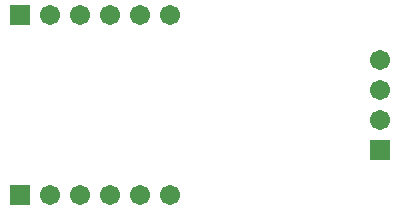
<source format=gbs>
%FSAX24Y24*%
%MOIN*%
G70*
G01*
G75*
G04 Layer_Color=16711935*
G04:AMPARAMS|DCode=10|XSize=70.9mil|YSize=43.3mil|CornerRadius=10.8mil|HoleSize=0mil|Usage=FLASHONLY|Rotation=0.000|XOffset=0mil|YOffset=0mil|HoleType=Round|Shape=RoundedRectangle|*
%AMROUNDEDRECTD10*
21,1,0.0709,0.0217,0,0,0.0*
21,1,0.0492,0.0433,0,0,0.0*
1,1,0.0217,0.0246,-0.0108*
1,1,0.0217,-0.0246,-0.0108*
1,1,0.0217,-0.0246,0.0108*
1,1,0.0217,0.0246,0.0108*
%
%ADD10ROUNDEDRECTD10*%
%ADD11O,0.0374X0.0630*%
%ADD12R,0.0134X0.0394*%
G04:AMPARAMS|DCode=13|XSize=27.6mil|YSize=78.7mil|CornerRadius=6.9mil|HoleSize=0mil|Usage=FLASHONLY|Rotation=270.000|XOffset=0mil|YOffset=0mil|HoleType=Round|Shape=RoundedRectangle|*
%AMROUNDEDRECTD13*
21,1,0.0276,0.0650,0,0,270.0*
21,1,0.0138,0.0787,0,0,270.0*
1,1,0.0138,-0.0325,-0.0069*
1,1,0.0138,-0.0325,0.0069*
1,1,0.0138,0.0325,0.0069*
1,1,0.0138,0.0325,-0.0069*
%
%ADD13ROUNDEDRECTD13*%
G04:AMPARAMS|DCode=14|XSize=27.6mil|YSize=78.7mil|CornerRadius=6.9mil|HoleSize=0mil|Usage=FLASHONLY|Rotation=0.000|XOffset=0mil|YOffset=0mil|HoleType=Round|Shape=RoundedRectangle|*
%AMROUNDEDRECTD14*
21,1,0.0276,0.0650,0,0,0.0*
21,1,0.0138,0.0787,0,0,0.0*
1,1,0.0138,0.0069,-0.0325*
1,1,0.0138,-0.0069,-0.0325*
1,1,0.0138,-0.0069,0.0325*
1,1,0.0138,0.0069,0.0325*
%
%ADD14ROUNDEDRECTD14*%
G04:AMPARAMS|DCode=15|XSize=39.4mil|YSize=94.5mil|CornerRadius=9.8mil|HoleSize=0mil|Usage=FLASHONLY|Rotation=270.000|XOffset=0mil|YOffset=0mil|HoleType=Round|Shape=RoundedRectangle|*
%AMROUNDEDRECTD15*
21,1,0.0394,0.0748,0,0,270.0*
21,1,0.0197,0.0945,0,0,270.0*
1,1,0.0197,-0.0374,-0.0098*
1,1,0.0197,-0.0374,0.0098*
1,1,0.0197,0.0374,0.0098*
1,1,0.0197,0.0374,-0.0098*
%
%ADD15ROUNDEDRECTD15*%
G04:AMPARAMS|DCode=16|XSize=129.9mil|YSize=94.5mil|CornerRadius=11.8mil|HoleSize=0mil|Usage=FLASHONLY|Rotation=270.000|XOffset=0mil|YOffset=0mil|HoleType=Round|Shape=RoundedRectangle|*
%AMROUNDEDRECTD16*
21,1,0.1299,0.0709,0,0,270.0*
21,1,0.1063,0.0945,0,0,270.0*
1,1,0.0236,-0.0354,-0.0532*
1,1,0.0236,-0.0354,0.0532*
1,1,0.0236,0.0354,0.0532*
1,1,0.0236,0.0354,-0.0532*
%
%ADD16ROUNDEDRECTD16*%
%ADD17C,0.0100*%
%ADD18C,0.0200*%
%ADD19C,0.0591*%
%ADD20R,0.0591X0.0591*%
%ADD21R,0.0591X0.0591*%
%ADD22C,0.0236*%
%ADD23C,0.0098*%
%ADD24C,0.0079*%
G04:AMPARAMS|DCode=25|XSize=78.9mil|YSize=51.3mil|CornerRadius=14.8mil|HoleSize=0mil|Usage=FLASHONLY|Rotation=0.000|XOffset=0mil|YOffset=0mil|HoleType=Round|Shape=RoundedRectangle|*
%AMROUNDEDRECTD25*
21,1,0.0789,0.0217,0,0,0.0*
21,1,0.0492,0.0513,0,0,0.0*
1,1,0.0297,0.0246,-0.0108*
1,1,0.0297,-0.0246,-0.0108*
1,1,0.0297,-0.0246,0.0108*
1,1,0.0297,0.0246,0.0108*
%
%ADD25ROUNDEDRECTD25*%
%ADD26O,0.0454X0.0710*%
%ADD27R,0.0214X0.0474*%
G04:AMPARAMS|DCode=28|XSize=35.6mil|YSize=86.7mil|CornerRadius=10.9mil|HoleSize=0mil|Usage=FLASHONLY|Rotation=270.000|XOffset=0mil|YOffset=0mil|HoleType=Round|Shape=RoundedRectangle|*
%AMROUNDEDRECTD28*
21,1,0.0356,0.0650,0,0,270.0*
21,1,0.0138,0.0867,0,0,270.0*
1,1,0.0218,-0.0325,-0.0069*
1,1,0.0218,-0.0325,0.0069*
1,1,0.0218,0.0325,0.0069*
1,1,0.0218,0.0325,-0.0069*
%
%ADD28ROUNDEDRECTD28*%
G04:AMPARAMS|DCode=29|XSize=35.6mil|YSize=86.7mil|CornerRadius=10.9mil|HoleSize=0mil|Usage=FLASHONLY|Rotation=0.000|XOffset=0mil|YOffset=0mil|HoleType=Round|Shape=RoundedRectangle|*
%AMROUNDEDRECTD29*
21,1,0.0356,0.0650,0,0,0.0*
21,1,0.0138,0.0867,0,0,0.0*
1,1,0.0218,0.0069,-0.0325*
1,1,0.0218,-0.0069,-0.0325*
1,1,0.0218,-0.0069,0.0325*
1,1,0.0218,0.0069,0.0325*
%
%ADD29ROUNDEDRECTD29*%
G04:AMPARAMS|DCode=30|XSize=47.4mil|YSize=102.5mil|CornerRadius=13.8mil|HoleSize=0mil|Usage=FLASHONLY|Rotation=270.000|XOffset=0mil|YOffset=0mil|HoleType=Round|Shape=RoundedRectangle|*
%AMROUNDEDRECTD30*
21,1,0.0474,0.0748,0,0,270.0*
21,1,0.0197,0.1025,0,0,270.0*
1,1,0.0277,-0.0374,-0.0098*
1,1,0.0277,-0.0374,0.0098*
1,1,0.0277,0.0374,0.0098*
1,1,0.0277,0.0374,-0.0098*
%
%ADD30ROUNDEDRECTD30*%
G04:AMPARAMS|DCode=31|XSize=137.9mil|YSize=102.5mil|CornerRadius=15.8mil|HoleSize=0mil|Usage=FLASHONLY|Rotation=270.000|XOffset=0mil|YOffset=0mil|HoleType=Round|Shape=RoundedRectangle|*
%AMROUNDEDRECTD31*
21,1,0.1379,0.0709,0,0,270.0*
21,1,0.1063,0.1025,0,0,270.0*
1,1,0.0316,-0.0354,-0.0532*
1,1,0.0316,-0.0354,0.0532*
1,1,0.0316,0.0354,0.0532*
1,1,0.0316,0.0354,-0.0532*
%
%ADD31ROUNDEDRECTD31*%
%ADD32C,0.0671*%
%ADD33R,0.0671X0.0671*%
%ADD34R,0.0671X0.0671*%
D32*
X031250Y028000D02*
D03*
X030250D02*
D03*
X029250D02*
D03*
X028250D02*
D03*
X027250D02*
D03*
X038250Y030500D02*
D03*
Y031500D02*
D03*
Y032500D02*
D03*
X031250Y034000D02*
D03*
X030250D02*
D03*
X029250D02*
D03*
X028250D02*
D03*
X027250D02*
D03*
D33*
X026250Y028000D02*
D03*
Y034000D02*
D03*
D34*
X038250Y029500D02*
D03*
M02*

</source>
